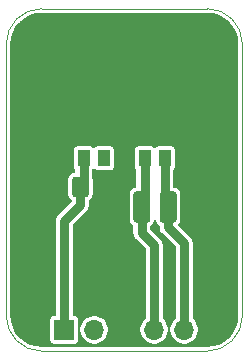
<source format=gbr>
G04 #@! TF.GenerationSoftware,KiCad,Pcbnew,5.1.6-c6e7f7d~86~ubuntu20.04.1*
G04 #@! TF.CreationDate,2020-05-17T01:00:28+03:00*
G04 #@! TF.ProjectId,EV-BA33Dxx,45562d42-4133-4334-9478-782e6b696361,v1.0*
G04 #@! TF.SameCoordinates,Original*
G04 #@! TF.FileFunction,Copper,L1,Top*
G04 #@! TF.FilePolarity,Positive*
%FSLAX46Y46*%
G04 Gerber Fmt 4.6, Leading zero omitted, Abs format (unit mm)*
G04 Created by KiCad (PCBNEW 5.1.6-c6e7f7d~86~ubuntu20.04.1) date 2020-05-17 01:00:28*
%MOMM*%
%LPD*%
G01*
G04 APERTURE LIST*
G04 #@! TA.AperFunction,Profile*
%ADD10C,0.050000*%
G04 #@! TD*
G04 #@! TA.AperFunction,SMDPad,CuDef*
%ADD11R,1.070000X1.370000*%
G04 #@! TD*
G04 #@! TA.AperFunction,SMDPad,CuDef*
%ADD12R,10.000000X9.000000*%
G04 #@! TD*
G04 #@! TA.AperFunction,ViaPad*
%ADD13C,0.600000*%
G04 #@! TD*
G04 #@! TA.AperFunction,ComponentPad*
%ADD14O,1.700000X1.700000*%
G04 #@! TD*
G04 #@! TA.AperFunction,ComponentPad*
%ADD15R,1.700000X1.700000*%
G04 #@! TD*
G04 #@! TA.AperFunction,ViaPad*
%ADD16C,0.800000*%
G04 #@! TD*
G04 #@! TA.AperFunction,Conductor*
%ADD17C,0.800000*%
G04 #@! TD*
G04 #@! TA.AperFunction,Conductor*
%ADD18C,0.200000*%
G04 #@! TD*
G04 APERTURE END LIST*
D10*
X53000000Y-79000000D02*
G75*
G02*
X50000000Y-76000000I0J3000000D01*
G01*
X50000000Y-53000000D02*
G75*
G02*
X53000000Y-50000000I3000000J0D01*
G01*
X67000000Y-50000000D02*
G75*
G02*
X70000000Y-53000000I0J-3000000D01*
G01*
X70000000Y-76000000D02*
G75*
G02*
X67000000Y-79000000I-3000000J0D01*
G01*
X50000000Y-76000000D02*
X50000000Y-53000000D01*
X67000000Y-79000000D02*
X53000000Y-79000000D01*
X70000000Y-53000000D02*
X70000000Y-76000000D01*
X53000000Y-50000000D02*
X67000000Y-50000000D01*
D11*
X56560000Y-62670000D03*
X58280000Y-62670000D03*
X60000000Y-62670000D03*
D12*
X60000000Y-56545000D03*
D13*
X55800000Y-60145000D03*
X57000000Y-60145000D03*
X58200000Y-60145000D03*
X59400000Y-60145000D03*
X60600000Y-60145000D03*
X61800000Y-60145000D03*
X63000000Y-60145000D03*
X64200000Y-60145000D03*
X55800000Y-58945000D03*
X57000000Y-58945000D03*
X58200000Y-58945000D03*
X59400000Y-58945000D03*
X60600000Y-58945000D03*
X61800000Y-58945000D03*
X63000000Y-58945000D03*
X64200000Y-58945000D03*
X55800000Y-57745000D03*
X57000000Y-57745000D03*
X58200000Y-57745000D03*
X59400000Y-57745000D03*
X60600000Y-57745000D03*
X61800000Y-57745000D03*
X63000000Y-57745000D03*
X64200000Y-57745000D03*
X55800000Y-56545000D03*
X57000000Y-56545000D03*
X58200000Y-56545000D03*
X59400000Y-56545000D03*
X60600000Y-56545000D03*
X61800000Y-56545000D03*
X63000000Y-56545000D03*
X64200000Y-56545000D03*
X55800000Y-55345000D03*
X57000000Y-55345000D03*
X58200000Y-55345000D03*
X59400000Y-55345000D03*
X60600000Y-55345000D03*
X61800000Y-55345000D03*
X63000000Y-55345000D03*
X64200000Y-55345000D03*
X55800000Y-54145000D03*
X57000000Y-54145000D03*
X58200000Y-54145000D03*
X59400000Y-54145000D03*
X60600000Y-54145000D03*
X61800000Y-54145000D03*
X63000000Y-54145000D03*
X64200000Y-54145000D03*
X55800000Y-52945000D03*
X57000000Y-52945000D03*
X58200000Y-52945000D03*
X59400000Y-52945000D03*
X60600000Y-52945000D03*
X61800000Y-52945000D03*
X63000000Y-52945000D03*
X64200000Y-52945000D03*
D11*
X61720000Y-62670000D03*
X63440000Y-62670000D03*
D14*
X65060000Y-77200000D03*
X62520000Y-77200000D03*
X59980000Y-77200000D03*
X57440000Y-77200000D03*
D15*
X54900000Y-77200000D03*
G04 #@! TA.AperFunction,SMDPad,CuDef*
G36*
G01*
X59225000Y-65725000D02*
X59225000Y-67875000D01*
G75*
G02*
X58975000Y-68125000I-250000J0D01*
G01*
X58050000Y-68125000D01*
G75*
G02*
X57800000Y-67875000I0J250000D01*
G01*
X57800000Y-65725000D01*
G75*
G02*
X58050000Y-65475000I250000J0D01*
G01*
X58975000Y-65475000D01*
G75*
G02*
X59225000Y-65725000I0J-250000D01*
G01*
G37*
G04 #@! TD.AperFunction*
G04 #@! TA.AperFunction,SMDPad,CuDef*
G36*
G01*
X62200000Y-65725000D02*
X62200000Y-67875000D01*
G75*
G02*
X61950000Y-68125000I-250000J0D01*
G01*
X61025000Y-68125000D01*
G75*
G02*
X60775000Y-67875000I0J250000D01*
G01*
X60775000Y-65725000D01*
G75*
G02*
X61025000Y-65475000I250000J0D01*
G01*
X61950000Y-65475000D01*
G75*
G02*
X62200000Y-65725000I0J-250000D01*
G01*
G37*
G04 #@! TD.AperFunction*
G04 #@! TA.AperFunction,SMDPad,CuDef*
G36*
G01*
X65975000Y-67875000D02*
X65975000Y-65725000D01*
G75*
G02*
X66225000Y-65475000I250000J0D01*
G01*
X67150000Y-65475000D01*
G75*
G02*
X67400000Y-65725000I0J-250000D01*
G01*
X67400000Y-67875000D01*
G75*
G02*
X67150000Y-68125000I-250000J0D01*
G01*
X66225000Y-68125000D01*
G75*
G02*
X65975000Y-67875000I0J250000D01*
G01*
G37*
G04 #@! TD.AperFunction*
G04 #@! TA.AperFunction,SMDPad,CuDef*
G36*
G01*
X63000000Y-67875000D02*
X63000000Y-65725000D01*
G75*
G02*
X63250000Y-65475000I250000J0D01*
G01*
X64175000Y-65475000D01*
G75*
G02*
X64425000Y-65725000I0J-250000D01*
G01*
X64425000Y-67875000D01*
G75*
G02*
X64175000Y-68125000I-250000J0D01*
G01*
X63250000Y-68125000D01*
G75*
G02*
X63000000Y-67875000I0J250000D01*
G01*
G37*
G04 #@! TD.AperFunction*
G04 #@! TA.AperFunction,SMDPad,CuDef*
G36*
G01*
X54025000Y-64475000D02*
X54025000Y-65725000D01*
G75*
G02*
X53775000Y-65975000I-250000J0D01*
G01*
X52850000Y-65975000D01*
G75*
G02*
X52600000Y-65725000I0J250000D01*
G01*
X52600000Y-64475000D01*
G75*
G02*
X52850000Y-64225000I250000J0D01*
G01*
X53775000Y-64225000D01*
G75*
G02*
X54025000Y-64475000I0J-250000D01*
G01*
G37*
G04 #@! TD.AperFunction*
G04 #@! TA.AperFunction,SMDPad,CuDef*
G36*
G01*
X57000000Y-64475000D02*
X57000000Y-65725000D01*
G75*
G02*
X56750000Y-65975000I-250000J0D01*
G01*
X55825000Y-65975000D01*
G75*
G02*
X55575000Y-65725000I0J250000D01*
G01*
X55575000Y-64475000D01*
G75*
G02*
X55825000Y-64225000I250000J0D01*
G01*
X56750000Y-64225000D01*
G75*
G02*
X57000000Y-64475000I0J-250000D01*
G01*
G37*
G04 #@! TD.AperFunction*
D16*
X60000000Y-64100000D03*
X53300000Y-66700000D03*
X53300000Y-63500000D03*
X58500000Y-64800000D03*
X58500000Y-68800000D03*
X66700000Y-64800000D03*
X66700000Y-68800000D03*
X68200000Y-70800000D03*
X67900000Y-75500000D03*
X51500000Y-76100000D03*
X52200000Y-71500000D03*
X53300000Y-58900000D03*
X52300000Y-51800000D03*
X68000000Y-51800000D03*
X66400000Y-58600000D03*
X58500000Y-72000000D03*
D17*
X60000000Y-62670000D02*
X60000000Y-64100000D01*
X53312500Y-65100000D02*
X53312500Y-66687500D01*
X53312500Y-66687500D02*
X53300000Y-66700000D01*
X53312500Y-65100000D02*
X53312500Y-63512500D01*
X53312500Y-63512500D02*
X53300000Y-63500000D01*
X58512500Y-66800000D02*
X58512500Y-64812500D01*
X58512500Y-64812500D02*
X58500000Y-64800000D01*
X58512500Y-66800000D02*
X58512500Y-68787500D01*
X58512500Y-68787500D02*
X58500000Y-68800000D01*
X66687500Y-66800000D02*
X66687500Y-64812500D01*
X66687500Y-64812500D02*
X66700000Y-64800000D01*
X66687500Y-66800000D02*
X66687500Y-68787500D01*
X66687500Y-68787500D02*
X66700000Y-68800000D01*
X56560000Y-64827500D02*
X56287500Y-65100000D01*
X56560000Y-62670000D02*
X56560000Y-64827500D01*
X56287500Y-66612500D02*
X56287500Y-65100000D01*
X54900000Y-68000000D02*
X56287500Y-66612500D01*
X54900000Y-68000000D02*
X54900000Y-77200000D01*
X63440000Y-66527500D02*
X63712500Y-66800000D01*
X63440000Y-62670000D02*
X63440000Y-66527500D01*
X63712500Y-68512500D02*
X63712500Y-66800000D01*
X65060000Y-69860000D02*
X63712500Y-68512500D01*
X65060000Y-69860000D02*
X65060000Y-77200000D01*
X61720000Y-66567500D02*
X61487500Y-66800000D01*
X61720000Y-62670000D02*
X61720000Y-66567500D01*
X61487500Y-68987500D02*
X61487500Y-66800000D01*
X62520000Y-70020000D02*
X61487500Y-68987500D01*
X62520000Y-70020000D02*
X62520000Y-77200000D01*
D18*
G36*
X67499759Y-50476041D02*
G01*
X67980480Y-50621179D01*
X68423856Y-50856925D01*
X68812996Y-51174300D01*
X69133081Y-51561216D01*
X69371919Y-52002939D01*
X69520410Y-52482634D01*
X69575000Y-53002025D01*
X69575001Y-75979200D01*
X69523959Y-76499759D01*
X69378821Y-76980480D01*
X69143075Y-77423856D01*
X68825697Y-77812998D01*
X68438784Y-78133081D01*
X67997061Y-78371919D01*
X67517368Y-78520410D01*
X66997975Y-78575000D01*
X53020790Y-78575000D01*
X52500241Y-78523959D01*
X52019520Y-78378821D01*
X51576144Y-78143075D01*
X51187002Y-77825697D01*
X50866919Y-77438784D01*
X50628081Y-76997061D01*
X50479590Y-76517368D01*
X50462000Y-76350000D01*
X53648065Y-76350000D01*
X53648065Y-78050000D01*
X53655788Y-78128414D01*
X53678660Y-78203814D01*
X53715803Y-78273303D01*
X53765789Y-78334211D01*
X53826697Y-78384197D01*
X53896186Y-78421340D01*
X53971586Y-78444212D01*
X54050000Y-78451935D01*
X55750000Y-78451935D01*
X55828414Y-78444212D01*
X55903814Y-78421340D01*
X55973303Y-78384197D01*
X56034211Y-78334211D01*
X56084197Y-78273303D01*
X56121340Y-78203814D01*
X56144212Y-78128414D01*
X56151935Y-78050000D01*
X56151935Y-77076886D01*
X56190000Y-77076886D01*
X56190000Y-77323114D01*
X56238037Y-77564611D01*
X56332265Y-77792097D01*
X56469062Y-77996828D01*
X56643172Y-78170938D01*
X56847903Y-78307735D01*
X57075389Y-78401963D01*
X57316886Y-78450000D01*
X57563114Y-78450000D01*
X57804611Y-78401963D01*
X58032097Y-78307735D01*
X58236828Y-78170938D01*
X58410938Y-77996828D01*
X58547735Y-77792097D01*
X58641963Y-77564611D01*
X58690000Y-77323114D01*
X58690000Y-77076886D01*
X58641963Y-76835389D01*
X58547735Y-76607903D01*
X58410938Y-76403172D01*
X58236828Y-76229062D01*
X58032097Y-76092265D01*
X57804611Y-75998037D01*
X57563114Y-75950000D01*
X57316886Y-75950000D01*
X57075389Y-75998037D01*
X56847903Y-76092265D01*
X56643172Y-76229062D01*
X56469062Y-76403172D01*
X56332265Y-76607903D01*
X56238037Y-76835389D01*
X56190000Y-77076886D01*
X56151935Y-77076886D01*
X56151935Y-76350000D01*
X56144212Y-76271586D01*
X56121340Y-76196186D01*
X56084197Y-76126697D01*
X56034211Y-76065789D01*
X55973303Y-76015803D01*
X55903814Y-75978660D01*
X55828414Y-75955788D01*
X55750000Y-75948065D01*
X55700000Y-75948065D01*
X55700000Y-68331370D01*
X56825403Y-67205968D01*
X56855922Y-67180922D01*
X56892852Y-67135922D01*
X56955893Y-67059107D01*
X56981769Y-67010697D01*
X57030179Y-66920128D01*
X57075924Y-66769327D01*
X57087500Y-66651793D01*
X57087500Y-66651784D01*
X57091369Y-66612501D01*
X57087500Y-66573218D01*
X57087500Y-66280264D01*
X57112196Y-66267064D01*
X57210988Y-66185988D01*
X57292064Y-66087196D01*
X57352309Y-65974485D01*
X57389408Y-65852186D01*
X57401935Y-65725000D01*
X60373065Y-65725000D01*
X60373065Y-67875000D01*
X60385592Y-68002186D01*
X60422691Y-68124485D01*
X60482936Y-68237196D01*
X60564012Y-68335988D01*
X60662804Y-68417064D01*
X60687500Y-68430264D01*
X60687500Y-68948209D01*
X60683630Y-68987500D01*
X60687500Y-69026791D01*
X60687500Y-69026792D01*
X60699076Y-69144326D01*
X60713419Y-69191607D01*
X60744821Y-69295127D01*
X60819107Y-69434106D01*
X60833446Y-69451578D01*
X60919078Y-69555922D01*
X60949603Y-69580973D01*
X61720000Y-70351371D01*
X61720001Y-76232233D01*
X61549062Y-76403172D01*
X61412265Y-76607903D01*
X61318037Y-76835389D01*
X61270000Y-77076886D01*
X61270000Y-77323114D01*
X61318037Y-77564611D01*
X61412265Y-77792097D01*
X61549062Y-77996828D01*
X61723172Y-78170938D01*
X61927903Y-78307735D01*
X62155389Y-78401963D01*
X62396886Y-78450000D01*
X62643114Y-78450000D01*
X62884611Y-78401963D01*
X63112097Y-78307735D01*
X63316828Y-78170938D01*
X63490938Y-77996828D01*
X63627735Y-77792097D01*
X63721963Y-77564611D01*
X63770000Y-77323114D01*
X63770000Y-77076886D01*
X63721963Y-76835389D01*
X63627735Y-76607903D01*
X63490938Y-76403172D01*
X63320000Y-76232234D01*
X63320000Y-70059291D01*
X63323870Y-70020000D01*
X63320000Y-69980707D01*
X63308424Y-69863173D01*
X63262679Y-69712372D01*
X63188394Y-69573395D01*
X63188393Y-69573393D01*
X63113470Y-69482099D01*
X63113469Y-69482098D01*
X63088422Y-69451578D01*
X63057903Y-69426532D01*
X62287500Y-68656130D01*
X62287500Y-68430264D01*
X62312196Y-68417064D01*
X62410988Y-68335988D01*
X62492064Y-68237196D01*
X62552309Y-68124485D01*
X62589408Y-68002186D01*
X62600000Y-67894646D01*
X62610592Y-68002186D01*
X62647691Y-68124485D01*
X62707936Y-68237196D01*
X62789012Y-68335988D01*
X62887804Y-68417064D01*
X62912500Y-68430264D01*
X62912500Y-68473209D01*
X62908630Y-68512500D01*
X62912500Y-68551791D01*
X62912500Y-68551792D01*
X62924076Y-68669326D01*
X62969821Y-68820127D01*
X63044107Y-68959106D01*
X63089651Y-69014601D01*
X63144078Y-69080922D01*
X63174603Y-69105973D01*
X64260000Y-70191370D01*
X64260001Y-76232233D01*
X64089062Y-76403172D01*
X63952265Y-76607903D01*
X63858037Y-76835389D01*
X63810000Y-77076886D01*
X63810000Y-77323114D01*
X63858037Y-77564611D01*
X63952265Y-77792097D01*
X64089062Y-77996828D01*
X64263172Y-78170938D01*
X64467903Y-78307735D01*
X64695389Y-78401963D01*
X64936886Y-78450000D01*
X65183114Y-78450000D01*
X65424611Y-78401963D01*
X65652097Y-78307735D01*
X65856828Y-78170938D01*
X66030938Y-77996828D01*
X66167735Y-77792097D01*
X66261963Y-77564611D01*
X66310000Y-77323114D01*
X66310000Y-77076886D01*
X66261963Y-76835389D01*
X66167735Y-76607903D01*
X66030938Y-76403172D01*
X65860000Y-76232234D01*
X65860000Y-69899291D01*
X65863870Y-69860000D01*
X65860000Y-69820707D01*
X65848424Y-69703173D01*
X65802679Y-69552372D01*
X65739464Y-69434106D01*
X65728393Y-69413393D01*
X65677686Y-69351607D01*
X65628422Y-69291578D01*
X65597898Y-69266528D01*
X64650128Y-68318758D01*
X64717064Y-68237196D01*
X64777309Y-68124485D01*
X64814408Y-68002186D01*
X64826935Y-67875000D01*
X64826935Y-65725000D01*
X64814408Y-65597814D01*
X64777309Y-65475515D01*
X64717064Y-65362804D01*
X64635988Y-65264012D01*
X64537196Y-65182936D01*
X64424485Y-65122691D01*
X64302186Y-65085592D01*
X64240000Y-65079467D01*
X64240000Y-63654977D01*
X64259211Y-63639211D01*
X64309197Y-63578303D01*
X64346340Y-63508814D01*
X64369212Y-63433414D01*
X64376935Y-63355000D01*
X64376935Y-61985000D01*
X64369212Y-61906586D01*
X64346340Y-61831186D01*
X64309197Y-61761697D01*
X64259211Y-61700789D01*
X64198303Y-61650803D01*
X64128814Y-61613660D01*
X64053414Y-61590788D01*
X63975000Y-61583065D01*
X62905000Y-61583065D01*
X62826586Y-61590788D01*
X62751186Y-61613660D01*
X62681697Y-61650803D01*
X62620789Y-61700789D01*
X62580000Y-61750490D01*
X62539211Y-61700789D01*
X62478303Y-61650803D01*
X62408814Y-61613660D01*
X62333414Y-61590788D01*
X62255000Y-61583065D01*
X61185000Y-61583065D01*
X61106586Y-61590788D01*
X61031186Y-61613660D01*
X60961697Y-61650803D01*
X60900789Y-61700789D01*
X60850803Y-61761697D01*
X60813660Y-61831186D01*
X60790788Y-61906586D01*
X60783065Y-61985000D01*
X60783065Y-63355000D01*
X60790788Y-63433414D01*
X60813660Y-63508814D01*
X60850803Y-63578303D01*
X60900789Y-63639211D01*
X60920000Y-63654977D01*
X60920001Y-65083407D01*
X60897814Y-65085592D01*
X60775515Y-65122691D01*
X60662804Y-65182936D01*
X60564012Y-65264012D01*
X60482936Y-65362804D01*
X60422691Y-65475515D01*
X60385592Y-65597814D01*
X60373065Y-65725000D01*
X57401935Y-65725000D01*
X57401935Y-64475000D01*
X57389408Y-64347814D01*
X57360000Y-64250869D01*
X57360000Y-63654977D01*
X57379211Y-63639211D01*
X57420000Y-63589510D01*
X57460789Y-63639211D01*
X57521697Y-63689197D01*
X57591186Y-63726340D01*
X57666586Y-63749212D01*
X57745000Y-63756935D01*
X58815000Y-63756935D01*
X58893414Y-63749212D01*
X58968814Y-63726340D01*
X59038303Y-63689197D01*
X59099211Y-63639211D01*
X59149197Y-63578303D01*
X59186340Y-63508814D01*
X59209212Y-63433414D01*
X59216935Y-63355000D01*
X59216935Y-61985000D01*
X59209212Y-61906586D01*
X59186340Y-61831186D01*
X59149197Y-61761697D01*
X59099211Y-61700789D01*
X59038303Y-61650803D01*
X58968814Y-61613660D01*
X58893414Y-61590788D01*
X58815000Y-61583065D01*
X57745000Y-61583065D01*
X57666586Y-61590788D01*
X57591186Y-61613660D01*
X57521697Y-61650803D01*
X57460789Y-61700789D01*
X57420000Y-61750490D01*
X57379211Y-61700789D01*
X57318303Y-61650803D01*
X57248814Y-61613660D01*
X57173414Y-61590788D01*
X57095000Y-61583065D01*
X56025000Y-61583065D01*
X55946586Y-61590788D01*
X55871186Y-61613660D01*
X55801697Y-61650803D01*
X55740789Y-61700789D01*
X55690803Y-61761697D01*
X55653660Y-61831186D01*
X55630788Y-61906586D01*
X55623065Y-61985000D01*
X55623065Y-63355000D01*
X55630788Y-63433414D01*
X55653660Y-63508814D01*
X55690803Y-63578303D01*
X55740789Y-63639211D01*
X55760000Y-63654977D01*
X55760001Y-63829467D01*
X55697814Y-63835592D01*
X55575515Y-63872691D01*
X55462804Y-63932936D01*
X55364012Y-64014012D01*
X55282936Y-64112804D01*
X55222691Y-64225515D01*
X55185592Y-64347814D01*
X55173065Y-64475000D01*
X55173065Y-65725000D01*
X55185592Y-65852186D01*
X55222691Y-65974485D01*
X55282936Y-66087196D01*
X55364012Y-66185988D01*
X55462804Y-66267064D01*
X55487500Y-66280264D01*
X55487500Y-66281129D01*
X54362103Y-67406527D01*
X54331578Y-67431578D01*
X54277151Y-67497899D01*
X54231607Y-67553394D01*
X54204627Y-67603870D01*
X54157321Y-67692373D01*
X54111576Y-67843174D01*
X54104105Y-67919031D01*
X54096130Y-68000000D01*
X54100000Y-68039291D01*
X54100001Y-75948065D01*
X54050000Y-75948065D01*
X53971586Y-75955788D01*
X53896186Y-75978660D01*
X53826697Y-76015803D01*
X53765789Y-76065789D01*
X53715803Y-76126697D01*
X53678660Y-76196186D01*
X53655788Y-76271586D01*
X53648065Y-76350000D01*
X50462000Y-76350000D01*
X50425000Y-75997975D01*
X50425000Y-53020790D01*
X50476041Y-52500241D01*
X50621179Y-52019520D01*
X50856925Y-51576144D01*
X51174300Y-51187004D01*
X51561216Y-50866919D01*
X52002939Y-50628081D01*
X52482634Y-50479590D01*
X53002025Y-50425000D01*
X66979210Y-50425000D01*
X67499759Y-50476041D01*
G37*
X67499759Y-50476041D02*
X67980480Y-50621179D01*
X68423856Y-50856925D01*
X68812996Y-51174300D01*
X69133081Y-51561216D01*
X69371919Y-52002939D01*
X69520410Y-52482634D01*
X69575000Y-53002025D01*
X69575001Y-75979200D01*
X69523959Y-76499759D01*
X69378821Y-76980480D01*
X69143075Y-77423856D01*
X68825697Y-77812998D01*
X68438784Y-78133081D01*
X67997061Y-78371919D01*
X67517368Y-78520410D01*
X66997975Y-78575000D01*
X53020790Y-78575000D01*
X52500241Y-78523959D01*
X52019520Y-78378821D01*
X51576144Y-78143075D01*
X51187002Y-77825697D01*
X50866919Y-77438784D01*
X50628081Y-76997061D01*
X50479590Y-76517368D01*
X50462000Y-76350000D01*
X53648065Y-76350000D01*
X53648065Y-78050000D01*
X53655788Y-78128414D01*
X53678660Y-78203814D01*
X53715803Y-78273303D01*
X53765789Y-78334211D01*
X53826697Y-78384197D01*
X53896186Y-78421340D01*
X53971586Y-78444212D01*
X54050000Y-78451935D01*
X55750000Y-78451935D01*
X55828414Y-78444212D01*
X55903814Y-78421340D01*
X55973303Y-78384197D01*
X56034211Y-78334211D01*
X56084197Y-78273303D01*
X56121340Y-78203814D01*
X56144212Y-78128414D01*
X56151935Y-78050000D01*
X56151935Y-77076886D01*
X56190000Y-77076886D01*
X56190000Y-77323114D01*
X56238037Y-77564611D01*
X56332265Y-77792097D01*
X56469062Y-77996828D01*
X56643172Y-78170938D01*
X56847903Y-78307735D01*
X57075389Y-78401963D01*
X57316886Y-78450000D01*
X57563114Y-78450000D01*
X57804611Y-78401963D01*
X58032097Y-78307735D01*
X58236828Y-78170938D01*
X58410938Y-77996828D01*
X58547735Y-77792097D01*
X58641963Y-77564611D01*
X58690000Y-77323114D01*
X58690000Y-77076886D01*
X58641963Y-76835389D01*
X58547735Y-76607903D01*
X58410938Y-76403172D01*
X58236828Y-76229062D01*
X58032097Y-76092265D01*
X57804611Y-75998037D01*
X57563114Y-75950000D01*
X57316886Y-75950000D01*
X57075389Y-75998037D01*
X56847903Y-76092265D01*
X56643172Y-76229062D01*
X56469062Y-76403172D01*
X56332265Y-76607903D01*
X56238037Y-76835389D01*
X56190000Y-77076886D01*
X56151935Y-77076886D01*
X56151935Y-76350000D01*
X56144212Y-76271586D01*
X56121340Y-76196186D01*
X56084197Y-76126697D01*
X56034211Y-76065789D01*
X55973303Y-76015803D01*
X55903814Y-75978660D01*
X55828414Y-75955788D01*
X55750000Y-75948065D01*
X55700000Y-75948065D01*
X55700000Y-68331370D01*
X56825403Y-67205968D01*
X56855922Y-67180922D01*
X56892852Y-67135922D01*
X56955893Y-67059107D01*
X56981769Y-67010697D01*
X57030179Y-66920128D01*
X57075924Y-66769327D01*
X57087500Y-66651793D01*
X57087500Y-66651784D01*
X57091369Y-66612501D01*
X57087500Y-66573218D01*
X57087500Y-66280264D01*
X57112196Y-66267064D01*
X57210988Y-66185988D01*
X57292064Y-66087196D01*
X57352309Y-65974485D01*
X57389408Y-65852186D01*
X57401935Y-65725000D01*
X60373065Y-65725000D01*
X60373065Y-67875000D01*
X60385592Y-68002186D01*
X60422691Y-68124485D01*
X60482936Y-68237196D01*
X60564012Y-68335988D01*
X60662804Y-68417064D01*
X60687500Y-68430264D01*
X60687500Y-68948209D01*
X60683630Y-68987500D01*
X60687500Y-69026791D01*
X60687500Y-69026792D01*
X60699076Y-69144326D01*
X60713419Y-69191607D01*
X60744821Y-69295127D01*
X60819107Y-69434106D01*
X60833446Y-69451578D01*
X60919078Y-69555922D01*
X60949603Y-69580973D01*
X61720000Y-70351371D01*
X61720001Y-76232233D01*
X61549062Y-76403172D01*
X61412265Y-76607903D01*
X61318037Y-76835389D01*
X61270000Y-77076886D01*
X61270000Y-77323114D01*
X61318037Y-77564611D01*
X61412265Y-77792097D01*
X61549062Y-77996828D01*
X61723172Y-78170938D01*
X61927903Y-78307735D01*
X62155389Y-78401963D01*
X62396886Y-78450000D01*
X62643114Y-78450000D01*
X62884611Y-78401963D01*
X63112097Y-78307735D01*
X63316828Y-78170938D01*
X63490938Y-77996828D01*
X63627735Y-77792097D01*
X63721963Y-77564611D01*
X63770000Y-77323114D01*
X63770000Y-77076886D01*
X63721963Y-76835389D01*
X63627735Y-76607903D01*
X63490938Y-76403172D01*
X63320000Y-76232234D01*
X63320000Y-70059291D01*
X63323870Y-70020000D01*
X63320000Y-69980707D01*
X63308424Y-69863173D01*
X63262679Y-69712372D01*
X63188394Y-69573395D01*
X63188393Y-69573393D01*
X63113470Y-69482099D01*
X63113469Y-69482098D01*
X63088422Y-69451578D01*
X63057903Y-69426532D01*
X62287500Y-68656130D01*
X62287500Y-68430264D01*
X62312196Y-68417064D01*
X62410988Y-68335988D01*
X62492064Y-68237196D01*
X62552309Y-68124485D01*
X62589408Y-68002186D01*
X62600000Y-67894646D01*
X62610592Y-68002186D01*
X62647691Y-68124485D01*
X62707936Y-68237196D01*
X62789012Y-68335988D01*
X62887804Y-68417064D01*
X62912500Y-68430264D01*
X62912500Y-68473209D01*
X62908630Y-68512500D01*
X62912500Y-68551791D01*
X62912500Y-68551792D01*
X62924076Y-68669326D01*
X62969821Y-68820127D01*
X63044107Y-68959106D01*
X63089651Y-69014601D01*
X63144078Y-69080922D01*
X63174603Y-69105973D01*
X64260000Y-70191370D01*
X64260001Y-76232233D01*
X64089062Y-76403172D01*
X63952265Y-76607903D01*
X63858037Y-76835389D01*
X63810000Y-77076886D01*
X63810000Y-77323114D01*
X63858037Y-77564611D01*
X63952265Y-77792097D01*
X64089062Y-77996828D01*
X64263172Y-78170938D01*
X64467903Y-78307735D01*
X64695389Y-78401963D01*
X64936886Y-78450000D01*
X65183114Y-78450000D01*
X65424611Y-78401963D01*
X65652097Y-78307735D01*
X65856828Y-78170938D01*
X66030938Y-77996828D01*
X66167735Y-77792097D01*
X66261963Y-77564611D01*
X66310000Y-77323114D01*
X66310000Y-77076886D01*
X66261963Y-76835389D01*
X66167735Y-76607903D01*
X66030938Y-76403172D01*
X65860000Y-76232234D01*
X65860000Y-69899291D01*
X65863870Y-69860000D01*
X65860000Y-69820707D01*
X65848424Y-69703173D01*
X65802679Y-69552372D01*
X65739464Y-69434106D01*
X65728393Y-69413393D01*
X65677686Y-69351607D01*
X65628422Y-69291578D01*
X65597898Y-69266528D01*
X64650128Y-68318758D01*
X64717064Y-68237196D01*
X64777309Y-68124485D01*
X64814408Y-68002186D01*
X64826935Y-67875000D01*
X64826935Y-65725000D01*
X64814408Y-65597814D01*
X64777309Y-65475515D01*
X64717064Y-65362804D01*
X64635988Y-65264012D01*
X64537196Y-65182936D01*
X64424485Y-65122691D01*
X64302186Y-65085592D01*
X64240000Y-65079467D01*
X64240000Y-63654977D01*
X64259211Y-63639211D01*
X64309197Y-63578303D01*
X64346340Y-63508814D01*
X64369212Y-63433414D01*
X64376935Y-63355000D01*
X64376935Y-61985000D01*
X64369212Y-61906586D01*
X64346340Y-61831186D01*
X64309197Y-61761697D01*
X64259211Y-61700789D01*
X64198303Y-61650803D01*
X64128814Y-61613660D01*
X64053414Y-61590788D01*
X63975000Y-61583065D01*
X62905000Y-61583065D01*
X62826586Y-61590788D01*
X62751186Y-61613660D01*
X62681697Y-61650803D01*
X62620789Y-61700789D01*
X62580000Y-61750490D01*
X62539211Y-61700789D01*
X62478303Y-61650803D01*
X62408814Y-61613660D01*
X62333414Y-61590788D01*
X62255000Y-61583065D01*
X61185000Y-61583065D01*
X61106586Y-61590788D01*
X61031186Y-61613660D01*
X60961697Y-61650803D01*
X60900789Y-61700789D01*
X60850803Y-61761697D01*
X60813660Y-61831186D01*
X60790788Y-61906586D01*
X60783065Y-61985000D01*
X60783065Y-63355000D01*
X60790788Y-63433414D01*
X60813660Y-63508814D01*
X60850803Y-63578303D01*
X60900789Y-63639211D01*
X60920000Y-63654977D01*
X60920001Y-65083407D01*
X60897814Y-65085592D01*
X60775515Y-65122691D01*
X60662804Y-65182936D01*
X60564012Y-65264012D01*
X60482936Y-65362804D01*
X60422691Y-65475515D01*
X60385592Y-65597814D01*
X60373065Y-65725000D01*
X57401935Y-65725000D01*
X57401935Y-64475000D01*
X57389408Y-64347814D01*
X57360000Y-64250869D01*
X57360000Y-63654977D01*
X57379211Y-63639211D01*
X57420000Y-63589510D01*
X57460789Y-63639211D01*
X57521697Y-63689197D01*
X57591186Y-63726340D01*
X57666586Y-63749212D01*
X57745000Y-63756935D01*
X58815000Y-63756935D01*
X58893414Y-63749212D01*
X58968814Y-63726340D01*
X59038303Y-63689197D01*
X59099211Y-63639211D01*
X59149197Y-63578303D01*
X59186340Y-63508814D01*
X59209212Y-63433414D01*
X59216935Y-63355000D01*
X59216935Y-61985000D01*
X59209212Y-61906586D01*
X59186340Y-61831186D01*
X59149197Y-61761697D01*
X59099211Y-61700789D01*
X59038303Y-61650803D01*
X58968814Y-61613660D01*
X58893414Y-61590788D01*
X58815000Y-61583065D01*
X57745000Y-61583065D01*
X57666586Y-61590788D01*
X57591186Y-61613660D01*
X57521697Y-61650803D01*
X57460789Y-61700789D01*
X57420000Y-61750490D01*
X57379211Y-61700789D01*
X57318303Y-61650803D01*
X57248814Y-61613660D01*
X57173414Y-61590788D01*
X57095000Y-61583065D01*
X56025000Y-61583065D01*
X55946586Y-61590788D01*
X55871186Y-61613660D01*
X55801697Y-61650803D01*
X55740789Y-61700789D01*
X55690803Y-61761697D01*
X55653660Y-61831186D01*
X55630788Y-61906586D01*
X55623065Y-61985000D01*
X55623065Y-63355000D01*
X55630788Y-63433414D01*
X55653660Y-63508814D01*
X55690803Y-63578303D01*
X55740789Y-63639211D01*
X55760000Y-63654977D01*
X55760001Y-63829467D01*
X55697814Y-63835592D01*
X55575515Y-63872691D01*
X55462804Y-63932936D01*
X55364012Y-64014012D01*
X55282936Y-64112804D01*
X55222691Y-64225515D01*
X55185592Y-64347814D01*
X55173065Y-64475000D01*
X55173065Y-65725000D01*
X55185592Y-65852186D01*
X55222691Y-65974485D01*
X55282936Y-66087196D01*
X55364012Y-66185988D01*
X55462804Y-66267064D01*
X55487500Y-66280264D01*
X55487500Y-66281129D01*
X54362103Y-67406527D01*
X54331578Y-67431578D01*
X54277151Y-67497899D01*
X54231607Y-67553394D01*
X54204627Y-67603870D01*
X54157321Y-67692373D01*
X54111576Y-67843174D01*
X54104105Y-67919031D01*
X54096130Y-68000000D01*
X54100000Y-68039291D01*
X54100001Y-75948065D01*
X54050000Y-75948065D01*
X53971586Y-75955788D01*
X53896186Y-75978660D01*
X53826697Y-76015803D01*
X53765789Y-76065789D01*
X53715803Y-76126697D01*
X53678660Y-76196186D01*
X53655788Y-76271586D01*
X53648065Y-76350000D01*
X50462000Y-76350000D01*
X50425000Y-75997975D01*
X50425000Y-53020790D01*
X50476041Y-52500241D01*
X50621179Y-52019520D01*
X50856925Y-51576144D01*
X51174300Y-51187004D01*
X51561216Y-50866919D01*
X52002939Y-50628081D01*
X52482634Y-50479590D01*
X53002025Y-50425000D01*
X66979210Y-50425000D01*
X67499759Y-50476041D01*
M02*

</source>
